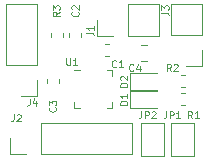
<source format=gbr>
G04 #@! TF.GenerationSoftware,KiCad,Pcbnew,5.1.5+dfsg1-2+b1*
G04 #@! TF.CreationDate,2020-04-04T21:00:22+09:00*
G04 #@! TF.ProjectId,dbmbyhd,64626d62-7968-4642-9e6b-696361645f70,rev?*
G04 #@! TF.SameCoordinates,Original*
G04 #@! TF.FileFunction,Legend,Top*
G04 #@! TF.FilePolarity,Positive*
%FSLAX46Y46*%
G04 Gerber Fmt 4.6, Leading zero omitted, Abs format (unit mm)*
G04 Created by KiCad (PCBNEW 5.1.5+dfsg1-2+b1) date 2020-04-04 21:00:22*
%MOMM*%
%LPD*%
G04 APERTURE LIST*
%ADD10C,0.120000*%
%ADD11C,0.100000*%
G04 APERTURE END LIST*
D10*
X145931000Y-100752000D02*
X145456000Y-100752000D01*
X148676000Y-103972000D02*
X148676000Y-103497000D01*
X148201000Y-103972000D02*
X148676000Y-103972000D01*
X145456000Y-103972000D02*
X145456000Y-103497000D01*
X145931000Y-103972000D02*
X145456000Y-103972000D01*
X148676000Y-100752000D02*
X148676000Y-101227000D01*
X148201000Y-100752000D02*
X148676000Y-100752000D01*
X144464500Y-97952779D02*
X144464500Y-97627221D01*
X143444500Y-97952779D02*
X143444500Y-97627221D01*
X154848779Y-101217000D02*
X154523221Y-101217000D01*
X154848779Y-102237000D02*
X154523221Y-102237000D01*
X154848779Y-102741000D02*
X154523221Y-102741000D01*
X154848779Y-103761000D02*
X154523221Y-103761000D01*
X153082500Y-105280000D02*
X153082500Y-108080000D01*
X153082500Y-108080000D02*
X151082500Y-108080000D01*
X151082500Y-108080000D02*
X151082500Y-105280000D01*
X151082500Y-105280000D02*
X153082500Y-105280000D01*
X155622500Y-105280000D02*
X155622500Y-108080000D01*
X155622500Y-108080000D02*
X153622500Y-108080000D01*
X153622500Y-108080000D02*
X153622500Y-105280000D01*
X153622500Y-105280000D02*
X155622500Y-105280000D01*
X142300000Y-102930000D02*
X140970000Y-102930000D01*
X142300000Y-101600000D02*
X142300000Y-102930000D01*
X142300000Y-100330000D02*
X139640000Y-100330000D01*
X139640000Y-100330000D02*
X139640000Y-95190000D01*
X142300000Y-100330000D02*
X142300000Y-95190000D01*
X142300000Y-95190000D02*
X139640000Y-95190000D01*
X156270000Y-100390000D02*
X154940000Y-100390000D01*
X156270000Y-99060000D02*
X156270000Y-100390000D01*
X156270000Y-97790000D02*
X153610000Y-97790000D01*
X153610000Y-97790000D02*
X153610000Y-95190000D01*
X156270000Y-97790000D02*
X156270000Y-95190000D01*
X156270000Y-95190000D02*
X153610000Y-95190000D01*
X140021000Y-107883000D02*
X140021000Y-106553000D01*
X141351000Y-107883000D02*
X140021000Y-107883000D01*
X142621000Y-107883000D02*
X142621000Y-105223000D01*
X142621000Y-105223000D02*
X150301000Y-105223000D01*
X142621000Y-107883000D02*
X150301000Y-107883000D01*
X150301000Y-107883000D02*
X150301000Y-105223000D01*
X147387000Y-97850000D02*
X147387000Y-96520000D01*
X148717000Y-97850000D02*
X147387000Y-97850000D01*
X149987000Y-97850000D02*
X149987000Y-95190000D01*
X149987000Y-95190000D02*
X152587000Y-95190000D01*
X149987000Y-97850000D02*
X152587000Y-97850000D01*
X152587000Y-97850000D02*
X152587000Y-95190000D01*
X150153000Y-102462000D02*
X152438000Y-102462000D01*
X150153000Y-100992000D02*
X150153000Y-102462000D01*
X152438000Y-100992000D02*
X150153000Y-100992000D01*
X150153000Y-103986000D02*
X152438000Y-103986000D01*
X150153000Y-102516000D02*
X150153000Y-103986000D01*
X152438000Y-102516000D02*
X150153000Y-102516000D01*
X151642578Y-98604000D02*
X151125422Y-98604000D01*
X151642578Y-100024000D02*
X151125422Y-100024000D01*
X144147000Y-101889779D02*
X144147000Y-101564221D01*
X143127000Y-101889779D02*
X143127000Y-101564221D01*
X146052000Y-97952779D02*
X146052000Y-97627221D01*
X145032000Y-97952779D02*
X145032000Y-97627221D01*
X148046221Y-99570000D02*
X148371779Y-99570000D01*
X148046221Y-98550000D02*
X148371779Y-98550000D01*
D11*
X144767357Y-99747428D02*
X144767357Y-100233142D01*
X144795928Y-100290285D01*
X144824500Y-100318857D01*
X144881642Y-100347428D01*
X144995928Y-100347428D01*
X145053071Y-100318857D01*
X145081642Y-100290285D01*
X145110214Y-100233142D01*
X145110214Y-99747428D01*
X145710214Y-100347428D02*
X145367357Y-100347428D01*
X145538785Y-100347428D02*
X145538785Y-99747428D01*
X145481642Y-99833142D01*
X145424500Y-99890285D01*
X145367357Y-99918857D01*
X144225928Y-95858000D02*
X143940214Y-96058000D01*
X144225928Y-96200857D02*
X143625928Y-96200857D01*
X143625928Y-95972285D01*
X143654500Y-95915142D01*
X143683071Y-95886571D01*
X143740214Y-95858000D01*
X143825928Y-95858000D01*
X143883071Y-95886571D01*
X143911642Y-95915142D01*
X143940214Y-95972285D01*
X143940214Y-96200857D01*
X143625928Y-95658000D02*
X143625928Y-95286571D01*
X143854500Y-95486571D01*
X143854500Y-95400857D01*
X143883071Y-95343714D01*
X143911642Y-95315142D01*
X143968785Y-95286571D01*
X144111642Y-95286571D01*
X144168785Y-95315142D01*
X144197357Y-95343714D01*
X144225928Y-95400857D01*
X144225928Y-95572285D01*
X144197357Y-95629428D01*
X144168785Y-95658000D01*
X153633500Y-100855428D02*
X153433500Y-100569714D01*
X153290642Y-100855428D02*
X153290642Y-100255428D01*
X153519214Y-100255428D01*
X153576357Y-100284000D01*
X153604928Y-100312571D01*
X153633500Y-100369714D01*
X153633500Y-100455428D01*
X153604928Y-100512571D01*
X153576357Y-100541142D01*
X153519214Y-100569714D01*
X153290642Y-100569714D01*
X153862071Y-100312571D02*
X153890642Y-100284000D01*
X153947785Y-100255428D01*
X154090642Y-100255428D01*
X154147785Y-100284000D01*
X154176357Y-100312571D01*
X154204928Y-100369714D01*
X154204928Y-100426857D01*
X154176357Y-100512571D01*
X153833500Y-100855428D01*
X154204928Y-100855428D01*
X155411500Y-104855928D02*
X155211500Y-104570214D01*
X155068642Y-104855928D02*
X155068642Y-104255928D01*
X155297214Y-104255928D01*
X155354357Y-104284500D01*
X155382928Y-104313071D01*
X155411500Y-104370214D01*
X155411500Y-104455928D01*
X155382928Y-104513071D01*
X155354357Y-104541642D01*
X155297214Y-104570214D01*
X155068642Y-104570214D01*
X155982928Y-104855928D02*
X155640071Y-104855928D01*
X155811500Y-104855928D02*
X155811500Y-104255928D01*
X155754357Y-104341642D01*
X155697214Y-104398785D01*
X155640071Y-104427357D01*
X151138000Y-104255928D02*
X151138000Y-104684500D01*
X151109428Y-104770214D01*
X151052285Y-104827357D01*
X150966571Y-104855928D01*
X150909428Y-104855928D01*
X151423714Y-104855928D02*
X151423714Y-104255928D01*
X151652285Y-104255928D01*
X151709428Y-104284500D01*
X151738000Y-104313071D01*
X151766571Y-104370214D01*
X151766571Y-104455928D01*
X151738000Y-104513071D01*
X151709428Y-104541642D01*
X151652285Y-104570214D01*
X151423714Y-104570214D01*
X151995142Y-104313071D02*
X152023714Y-104284500D01*
X152080857Y-104255928D01*
X152223714Y-104255928D01*
X152280857Y-104284500D01*
X152309428Y-104313071D01*
X152338000Y-104370214D01*
X152338000Y-104427357D01*
X152309428Y-104513071D01*
X151966571Y-104855928D01*
X152338000Y-104855928D01*
X153233500Y-104255928D02*
X153233500Y-104684500D01*
X153204928Y-104770214D01*
X153147785Y-104827357D01*
X153062071Y-104855928D01*
X153004928Y-104855928D01*
X153519214Y-104855928D02*
X153519214Y-104255928D01*
X153747785Y-104255928D01*
X153804928Y-104284500D01*
X153833500Y-104313071D01*
X153862071Y-104370214D01*
X153862071Y-104455928D01*
X153833500Y-104513071D01*
X153804928Y-104541642D01*
X153747785Y-104570214D01*
X153519214Y-104570214D01*
X154433500Y-104855928D02*
X154090642Y-104855928D01*
X154262071Y-104855928D02*
X154262071Y-104255928D01*
X154204928Y-104341642D01*
X154147785Y-104398785D01*
X154090642Y-104427357D01*
X141659000Y-103176428D02*
X141659000Y-103605000D01*
X141630428Y-103690714D01*
X141573285Y-103747857D01*
X141487571Y-103776428D01*
X141430428Y-103776428D01*
X142201857Y-103376428D02*
X142201857Y-103776428D01*
X142059000Y-103147857D02*
X141916142Y-103576428D01*
X142287571Y-103576428D01*
X152833428Y-95894500D02*
X153262000Y-95894500D01*
X153347714Y-95923071D01*
X153404857Y-95980214D01*
X153433428Y-96065928D01*
X153433428Y-96123071D01*
X152833428Y-95665928D02*
X152833428Y-95294500D01*
X153062000Y-95494500D01*
X153062000Y-95408785D01*
X153090571Y-95351642D01*
X153119142Y-95323071D01*
X153176285Y-95294500D01*
X153319142Y-95294500D01*
X153376285Y-95323071D01*
X153404857Y-95351642D01*
X153433428Y-95408785D01*
X153433428Y-95580214D01*
X153404857Y-95637357D01*
X153376285Y-95665928D01*
X140325500Y-104509928D02*
X140325500Y-104938500D01*
X140296928Y-105024214D01*
X140239785Y-105081357D01*
X140154071Y-105109928D01*
X140096928Y-105109928D01*
X140582642Y-104567071D02*
X140611214Y-104538500D01*
X140668357Y-104509928D01*
X140811214Y-104509928D01*
X140868357Y-104538500D01*
X140896928Y-104567071D01*
X140925500Y-104624214D01*
X140925500Y-104681357D01*
X140896928Y-104767071D01*
X140554071Y-105109928D01*
X140925500Y-105109928D01*
X146483428Y-97609000D02*
X146912000Y-97609000D01*
X146997714Y-97637571D01*
X147054857Y-97694714D01*
X147083428Y-97780428D01*
X147083428Y-97837571D01*
X147083428Y-97009000D02*
X147083428Y-97351857D01*
X147083428Y-97180428D02*
X146483428Y-97180428D01*
X146569142Y-97237571D01*
X146626285Y-97294714D01*
X146654857Y-97351857D01*
X149940928Y-102169857D02*
X149340928Y-102169857D01*
X149340928Y-102027000D01*
X149369500Y-101941285D01*
X149426642Y-101884142D01*
X149483785Y-101855571D01*
X149598071Y-101827000D01*
X149683785Y-101827000D01*
X149798071Y-101855571D01*
X149855214Y-101884142D01*
X149912357Y-101941285D01*
X149940928Y-102027000D01*
X149940928Y-102169857D01*
X149398071Y-101598428D02*
X149369500Y-101569857D01*
X149340928Y-101512714D01*
X149340928Y-101369857D01*
X149369500Y-101312714D01*
X149398071Y-101284142D01*
X149455214Y-101255571D01*
X149512357Y-101255571D01*
X149598071Y-101284142D01*
X149940928Y-101627000D01*
X149940928Y-101255571D01*
X149940928Y-103693857D02*
X149340928Y-103693857D01*
X149340928Y-103551000D01*
X149369500Y-103465285D01*
X149426642Y-103408142D01*
X149483785Y-103379571D01*
X149598071Y-103351000D01*
X149683785Y-103351000D01*
X149798071Y-103379571D01*
X149855214Y-103408142D01*
X149912357Y-103465285D01*
X149940928Y-103551000D01*
X149940928Y-103693857D01*
X149940928Y-102779571D02*
X149940928Y-103122428D01*
X149940928Y-102951000D02*
X149340928Y-102951000D01*
X149426642Y-103008142D01*
X149483785Y-103065285D01*
X149512357Y-103122428D01*
X150458500Y-100798285D02*
X150429928Y-100826857D01*
X150344214Y-100855428D01*
X150287071Y-100855428D01*
X150201357Y-100826857D01*
X150144214Y-100769714D01*
X150115642Y-100712571D01*
X150087071Y-100598285D01*
X150087071Y-100512571D01*
X150115642Y-100398285D01*
X150144214Y-100341142D01*
X150201357Y-100284000D01*
X150287071Y-100255428D01*
X150344214Y-100255428D01*
X150429928Y-100284000D01*
X150458500Y-100312571D01*
X150972785Y-100455428D02*
X150972785Y-100855428D01*
X150829928Y-100226857D02*
X150687071Y-100655428D01*
X151058500Y-100655428D01*
X143851285Y-103922500D02*
X143879857Y-103951071D01*
X143908428Y-104036785D01*
X143908428Y-104093928D01*
X143879857Y-104179642D01*
X143822714Y-104236785D01*
X143765571Y-104265357D01*
X143651285Y-104293928D01*
X143565571Y-104293928D01*
X143451285Y-104265357D01*
X143394142Y-104236785D01*
X143337000Y-104179642D01*
X143308428Y-104093928D01*
X143308428Y-104036785D01*
X143337000Y-103951071D01*
X143365571Y-103922500D01*
X143308428Y-103722500D02*
X143308428Y-103351071D01*
X143537000Y-103551071D01*
X143537000Y-103465357D01*
X143565571Y-103408214D01*
X143594142Y-103379642D01*
X143651285Y-103351071D01*
X143794142Y-103351071D01*
X143851285Y-103379642D01*
X143879857Y-103408214D01*
X143908428Y-103465357D01*
X143908428Y-103636785D01*
X143879857Y-103693928D01*
X143851285Y-103722500D01*
X145756285Y-95858000D02*
X145784857Y-95886571D01*
X145813428Y-95972285D01*
X145813428Y-96029428D01*
X145784857Y-96115142D01*
X145727714Y-96172285D01*
X145670571Y-96200857D01*
X145556285Y-96229428D01*
X145470571Y-96229428D01*
X145356285Y-96200857D01*
X145299142Y-96172285D01*
X145242000Y-96115142D01*
X145213428Y-96029428D01*
X145213428Y-95972285D01*
X145242000Y-95886571D01*
X145270571Y-95858000D01*
X145270571Y-95629428D02*
X145242000Y-95600857D01*
X145213428Y-95543714D01*
X145213428Y-95400857D01*
X145242000Y-95343714D01*
X145270571Y-95315142D01*
X145327714Y-95286571D01*
X145384857Y-95286571D01*
X145470571Y-95315142D01*
X145813428Y-95658000D01*
X145813428Y-95286571D01*
X148998000Y-100480785D02*
X148969428Y-100509357D01*
X148883714Y-100537928D01*
X148826571Y-100537928D01*
X148740857Y-100509357D01*
X148683714Y-100452214D01*
X148655142Y-100395071D01*
X148626571Y-100280785D01*
X148626571Y-100195071D01*
X148655142Y-100080785D01*
X148683714Y-100023642D01*
X148740857Y-99966500D01*
X148826571Y-99937928D01*
X148883714Y-99937928D01*
X148969428Y-99966500D01*
X148998000Y-99995071D01*
X149569428Y-100537928D02*
X149226571Y-100537928D01*
X149398000Y-100537928D02*
X149398000Y-99937928D01*
X149340857Y-100023642D01*
X149283714Y-100080785D01*
X149226571Y-100109357D01*
M02*

</source>
